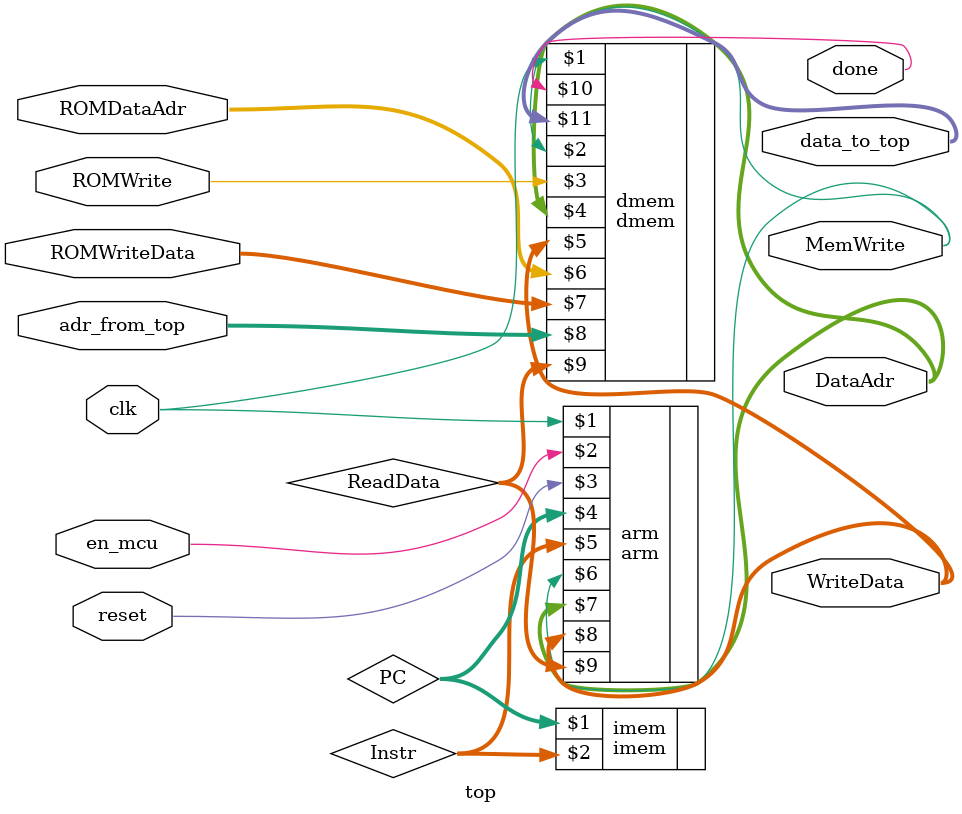
<source format=v>
`timescale 1ns / 1ps

//顶层模块
module top(
    input wire clk, reset, en_mcu,
    input wire ROMWrite,
    input wire [31:0] ROMDataAdr,
    input wire [31:0] ROMWriteData,
    input wire [31:0] adr_from_top,
    output wire[31:0] WriteData, DataAdr,
    output wire MemWrite,
    output wire done,
    output wire[15:0] data_to_top
);
    wire[31:0] PC, Instr, ReadData;
//模块实例化
    arm arm(clk, en_mcu, reset, PC, Instr, MemWrite, DataAdr, WriteData, ReadData);
    imem imem(PC, Instr);
    dmem dmem(clk, MemWrite, ROMWrite, DataAdr, WriteData, ROMDataAdr, ROMWriteData, adr_from_top, ReadData, done, data_to_top);
endmodule
</source>
